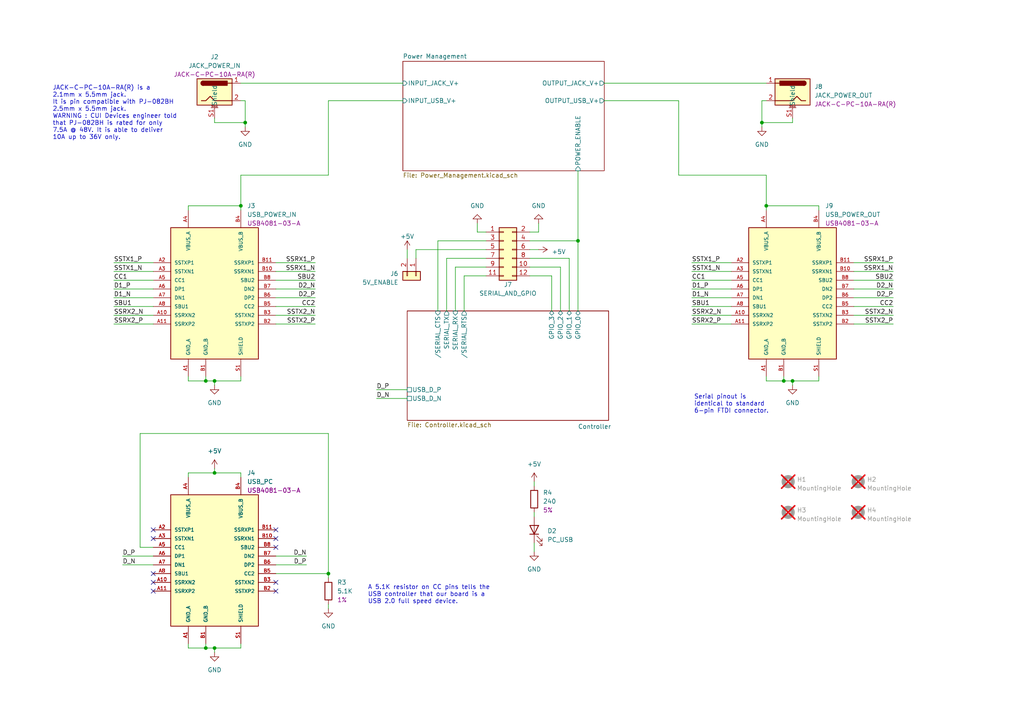
<source format=kicad_sch>
(kicad_sch (version 20230121) (generator eeschema)
  (paper "A4")
  (title_block (title "Copilot Lite main page") (date "2023-03-27") (rev "1.0") (company "(C) BayLibre"))
  (lib_symbols
    (symbol "Connector_Generic:Conn_01x02" (pin_names (offset 1.016) hide)
      (property "Reference" "J" (at 0 2.54 0))
      (property "Value" "Conn_01x02" (at 0 -5.08 0))
      (symbol "Conn_01x02_1_1"
        (rectangle (start -1.27 -2.413) (end 0 -2.667) (stroke (width 0.1524)))
        (rectangle (start -1.27 0.127) (end 0 -0.127) (stroke (width 0.1524)))
        (rectangle (start -1.27 1.27) (end 1.27 -3.81) (stroke (width 0.254)) (fill (type background)))
        (pin passive line (at -5.08 0 0) (length 3.81) (name "Pin_1") (number "1"))
        (pin passive line (at -5.08 -2.54 0) (length 3.81) (name "Pin_2") (number "2"))
      )
    )
    (symbol "Connector_Generic:Conn_02x06_Odd_Even" (pin_names (offset 1.016) hide)
      (property "Reference" "J" (at 1.27 7.62 0))
      (property "Value" "Conn_02x06_Odd_Even" (at 1.27 -10.16 0))
      (symbol "Conn_02x06_Odd_Even_1_1"
        (rectangle (start -1.27 -7.493) (end 0 -7.747) (stroke (width 0.1524)))
        (rectangle (start -1.27 -4.953) (end 0 -5.207) (stroke (width 0.1524)))
        (rectangle (start -1.27 -2.413) (end 0 -2.667) (stroke (width 0.1524)))
        (rectangle (start -1.27 0.127) (end 0 -0.127) (stroke (width 0.1524)))
        (rectangle (start -1.27 2.667) (end 0 2.413) (stroke (width 0.1524)))
        (rectangle (start -1.27 5.207) (end 0 4.953) (stroke (width 0.1524)))
        (rectangle (start -1.27 6.35) (end 3.81 -8.89) (stroke (width 0.254)) (fill (type background)))
        (rectangle (start 3.81 -7.493) (end 2.54 -7.747) (stroke (width 0.1524)))
        (rectangle (start 3.81 -4.953) (end 2.54 -5.207) (stroke (width 0.1524)))
        (rectangle (start 3.81 -2.413) (end 2.54 -2.667) (stroke (width 0.1524)))
        (rectangle (start 3.81 0.127) (end 2.54 -0.127) (stroke (width 0.1524)))
        (rectangle (start 3.81 2.667) (end 2.54 2.413) (stroke (width 0.1524)))
        (rectangle (start 3.81 5.207) (end 2.54 4.953) (stroke (width 0.1524)))
        (pin passive line (at -5.08 5.08 0) (length 3.81) (name "Pin_1") (number "1"))
        (pin passive line (at 7.62 -5.08 180) (length 3.81) (name "Pin_10") (number "10"))
        (pin passive line (at -5.08 -7.62 0) (length 3.81) (name "Pin_11") (number "11"))
        (pin passive line (at 7.62 -7.62 180) (length 3.81) (name "Pin_12") (number "12"))
        (pin passive line (at 7.62 5.08 180) (length 3.81) (name "Pin_2") (number "2"))
        (pin passive line (at -5.08 2.54 0) (length 3.81) (name "Pin_3") (number "3"))
        (pin passive line (at 7.62 2.54 180) (length 3.81) (name "Pin_4") (number "4"))
        (pin passive line (at -5.08 0 0) (length 3.81) (name "Pin_5") (number "5"))
        (pin passive line (at 7.62 0 180) (length 3.81) (name "Pin_6") (number "6"))
        (pin passive line (at -5.08 -2.54 0) (length 3.81) (name "Pin_7") (number "7"))
        (pin passive line (at 7.62 -2.54 180) (length 3.81) (name "Pin_8") (number "8"))
        (pin passive line (at -5.08 -5.08 0) (length 3.81) (name "Pin_9") (number "9"))
      )
    )
    (symbol "Device:LED" (pin_numbers hide) (pin_names (offset 1.016) hide)
      (property "Reference" "D" (at 0 2.54 0))
      (property "Value" "LED" (at 0 -2.54 0))
      (symbol "LED_0_1"
        (polyline (pts (xy -1.27 -1.27) (xy -1.27 1.27)) (stroke (width 0.254)))
        (polyline (pts (xy -1.27 0) (xy 1.27 0)))
        (polyline (pts (xy 1.27 -1.27) (xy 1.27 1.27) (xy -1.27 0) (xy 1.27 -1.27)) (stroke (width 0.254)))
        (polyline (pts (xy -3.048 -0.762) (xy -4.572 -2.286) (xy -3.81 -2.286) (xy -4.572 -2.286) (xy -4.572 -1.524)))
        (polyline (pts (xy -1.778 -0.762) (xy -3.302 -2.286) (xy -2.54 -2.286) (xy -3.302 -2.286) (xy -3.302 -1.524)))
      )
      (symbol "LED_1_1"
        (pin passive line (at -3.81 0 0) (length 2.54) (name "K") (number "1"))
        (pin passive line (at 3.81 0 180) (length 2.54) (name "A") (number "2"))
      )
    )
    (symbol "Device:R" (pin_numbers hide) (pin_names (offset 0))
      (property "Reference" "R" (at 2.032 0 90))
      (property "Value" "R" (at 0 0 90))
      (symbol "R_0_1"
        (rectangle (start -1.016 -2.54) (end 1.016 2.54) (stroke (width 0.254)))
      )
      (symbol "R_1_1"
        (pin passive line (at 0 3.81 270) (length 1.27) (name "~") (number "1"))
        (pin passive line (at 0 -3.81 90) (length 1.27) (name "~") (number "2"))
      )
    )
    (symbol "Mechanical:MountingHole" (pin_names (offset 1.016))
      (property "Reference" "H" (at 0 5.08 0))
      (property "Value" "MountingHole" (at 0 3.175 0))
      (symbol "MountingHole_0_1"
        (circle (center 0 0) (radius 1.27) (stroke (width 1.27)))
      )
    )
    (symbol "PJ-082BH:JACK-C-PC-10A-RA(R)"
      (property "Reference" "J" (at 0 7.62 0))
      (property "Value" "JACK-C-PC-10A-RA(R)" (at 0 5.08 0))
      (symbol "JACK-C-PC-10A-RA(R)_0_1"
        (rectangle (start -5.08 3.81) (end 5.08 -3.81) (stroke (width 0.254)) (fill (type background)))
        (arc (start -3.302 3.175) (mid -3.9343 2.54) (end -3.302 1.905) (stroke (width 0.254)))
        (arc (start -3.302 3.175) (mid -3.9343 2.54) (end -3.302 1.905) (stroke (width 0.254)) (fill (type outline)))
        (polyline (pts (xy 5.08 2.54) (xy 3.81 2.54)) (stroke (width 0.254)))
        (polyline (pts (xy -3.81 -2.54) (xy -2.54 -2.54) (xy -1.27 -1.27) (xy 0 -2.54) (xy 2.54 -2.54) (xy 5.08 -2.54)) (stroke (width 0.254)))
        (rectangle (start 3.683 3.175) (end -3.302 1.905) (stroke (width 0.254)) (fill (type outline)))
      )
      (symbol "JACK-C-PC-10A-RA(R)_1_1"
        (polyline (pts (xy -1.016 -4.572) (xy 1.016 -4.572)) (stroke (width 0.1524)))
        (text "Shield" (at 0 -4.191 0) (effects (font (size 0.381 0.381))))
        (pin passive line (at 7.62 2.54 180) (length 2.54) (name "~") (number "1"))
        (pin passive line (at 7.62 -2.54 180) (length 2.54) (name "~") (number "2"))
        (pin passive line (at 0 -7.62 90) (length 3.048) (name "Shield") (number "S1"))
        (pin passive line (at 0 -7.62 90) (length 3.048) hide (name "Shield") (number "S2"))
        (pin passive line (at 0 -7.62 90) (length 3.048) hide (name "Shield") (number "S3"))
        (pin passive line (at 0 -7.62 90) (length 3.048) hide (name "Shield") (number "S4"))
      )
    )
    (symbol "USB4081:USB4081-03-A" (pin_names (offset 1.016))
      (property "Reference" "J" (at 15.24 20.32 0))
      (property "Value" "USB4081-03-A" (at 15.24 20.32 0))
      (symbol "USB4081-03-A_0_0"
        (rectangle (start -12.7 20.32) (end 12.7 -17.78) (stroke (width 0.254)) (fill (type background)))
        (pin passive line (at -7.62 -22.86 90) (length 5.08) (name "GND_A") (number "A1"))
        (pin bidirectional line (at -17.78 -5.08 0) (length 5.08) (name "SSRXN2") (number "A10"))
        (pin bidirectional line (at -17.78 -7.62 0) (length 5.08) (name "SSRXP2") (number "A11"))
        (pin passive line (at -7.62 -22.86 90) (length 5.08) hide (name "GND_A") (number "A12"))
        (pin bidirectional line (at -17.78 10.16 0) (length 5.08) (name "SSTXP1") (number "A2"))
        (pin bidirectional line (at -17.78 7.62 0) (length 5.08) (name "SSTXN1") (number "A3"))
        (pin bidirectional line (at -17.78 5.08 0) (length 5.08) (name "CC1") (number "A5"))
        (pin bidirectional line (at -17.78 2.54 0) (length 5.08) (name "DP1") (number "A6"))
        (pin bidirectional line (at -17.78 0 0) (length 5.08) (name "DN1") (number "A7"))
        (pin bidirectional line (at -17.78 -2.54 0) (length 5.08) (name "SBU1") (number "A8"))
        (pin passive line (at -2.54 -22.86 90) (length 5.08) (name "GND_B") (number "B1"))
        (pin bidirectional line (at 17.78 7.62 180) (length 5.08) (name "SSRXN1") (number "B10"))
        (pin bidirectional line (at 17.78 10.16 180) (length 5.08) (name "SSRXP1") (number "B11"))
        (pin passive line (at -2.54 -22.86 90) (length 5.08) hide (name "GND_B") (number "B12"))
        (pin bidirectional line (at 17.78 -7.62 180) (length 5.08) (name "SSTXP2") (number "B2"))
        (pin bidirectional line (at 17.78 -5.08 180) (length 5.08) (name "SSTXN2") (number "B3"))
        (pin passive line (at 7.62 25.4 270) (length 5.08) (name "VBUS_B") (number "B4"))
        (pin bidirectional line (at 17.78 -2.54 180) (length 5.08) (name "CC2") (number "B5"))
        (pin bidirectional line (at 17.78 0 180) (length 5.08) (name "DP2") (number "B6"))
        (pin bidirectional line (at 17.78 2.54 180) (length 5.08) (name "DN2") (number "B7"))
        (pin bidirectional line (at 17.78 5.08 180) (length 5.08) (name "SBU2") (number "B8"))
        (pin passive line (at 7.62 25.4 270) (length 5.08) hide (name "VBUS_B") (number "B9"))
        (pin passive line (at 7.62 -22.86 90) (length 5.08) (name "SHIELD") (number "S1"))
        (pin passive line (at 7.62 -22.86 90) (length 5.08) hide (name "SHIELD") (number "S2"))
        (pin passive line (at 7.62 -22.86 90) (length 5.08) hide (name "SHIELD") (number "S3"))
        (pin passive line (at 7.62 -22.86 90) (length 5.08) hide (name "SHIELD") (number "S4"))
        (pin passive line (at 7.62 -22.86 90) (length 5.08) hide (name "SHIELD") (number "S5"))
        (pin passive line (at 7.62 -22.86 90) (length 5.08) hide (name "SHIELD") (number "S6"))
      )
      (symbol "USB4081-03-A_1_0"
        (pin passive line (at -7.62 25.4 270) (length 5.08) (name "VBUS_A") (number "A4"))
        (pin passive line (at -7.62 25.4 270) (length 5.08) hide (name "VBUS_A") (number "A9"))
      )
    )
    (symbol "power:+5V" (power) (pin_names (offset 0))
      (property "Value" "+5V" (at 0 3.556 0))
      (symbol "+5V_0_1"
        (polyline (pts (xy -0.762 1.27) (xy 0 2.54)))
        (polyline (pts (xy 0 0) (xy 0 2.54)))
        (polyline (pts (xy 0 2.54) (xy 0.762 1.27)))
      )
      (symbol "+5V_1_1"
        (pin power_in line (at 0 0 90) (length 0) hide (name "+5V") (number "1"))
      )
    )
    (symbol "power:GND" (power) (pin_names (offset 0))
      (property "Value" "GND" (at 0 -3.81 0))
      (symbol "GND_0_1"
        (polyline (pts (xy 0 0) (xy 0 -1.27) (xy 1.27 -1.27) (xy 0 -2.54) (xy -1.27 -1.27) (xy 0 -1.27)))
      )
      (symbol "GND_1_1"
        (pin power_in line (at 0 0 270) (length 0) hide (name "GND") (number "1"))
      )
    )
  )
  (junction (at 62.23 137.16))
  (junction (at 95.25 166.37))
  (junction (at 222.25 59.69))
  (junction (at 62.23 187.96))
  (junction (at 71.12 35.56))
  (junction (at 69.85 59.69))
  (junction (at 59.69 110.49))
  (junction (at 227.33 110.49))
  (junction (at 59.69 187.96))
  (junction (at 62.23 110.49))
  (junction (at 229.87 110.49))
  (junction (at 167.64 69.85))
  (junction (at 220.98 35.56))
  (no_connect (at 80.01 168.91))
  (no_connect (at 80.01 153.67))
  (no_connect (at 44.45 156.21))
  (no_connect (at 44.45 166.37))
  (no_connect (at 44.45 168.91))
  (no_connect (at 44.45 153.67))
  (no_connect (at 80.01 158.75))
  (no_connect (at 80.01 171.45))
  (no_connect (at 80.01 156.21))
  (no_connect (at 44.45 171.45))
  (wire (pts (xy 175.26 29.21) (xy 196.85 29.21)))
  (wire (pts (xy 229.87 110.49) (xy 229.87 111.76)))
  (wire (pts (xy 229.87 110.49) (xy 237.49 110.49)))
  (wire (pts (xy 222.25 50.8) (xy 222.25 59.69)))
  (wire (pts (xy 247.65 78.74) (xy 259.08 78.74)))
  (wire (pts (xy 129.54 90.17) (xy 129.54 74.93)))
  (wire (pts (xy 220.98 29.21) (xy 222.25 29.21)))
  (wire (pts (xy 62.23 135.89) (xy 62.23 137.16)))
  (wire (pts (xy 95.25 29.21) (xy 116.84 29.21)))
  (wire (pts (xy 80.01 88.9) (xy 91.44 88.9)))
  (wire (pts (xy 62.23 110.49) (xy 62.23 111.76)))
  (wire (pts (xy 95.25 166.37) (xy 95.25 167.64)))
  (wire (pts (xy 35.56 161.29) (xy 44.45 161.29)))
  (wire (pts (xy 196.85 50.8) (xy 196.85 29.21)))
  (wire (pts (xy 69.85 24.13) (xy 116.84 24.13)))
  (wire (pts (xy 54.61 187.96) (xy 59.69 187.96)))
  (wire (pts (xy 129.54 74.93) (xy 140.97 74.93)))
  (wire (pts (xy 80.01 163.83) (xy 88.9 163.83)))
  (wire (pts (xy 62.23 187.96) (xy 62.23 189.23)))
  (wire (pts (xy 62.23 110.49) (xy 69.85 110.49)))
  (wire (pts (xy 62.23 35.56) (xy 71.12 35.56)))
  (wire (pts (xy 80.01 86.36) (xy 91.44 86.36)))
  (wire (pts (xy 156.21 72.39) (xy 153.67 72.39)))
  (wire (pts (xy 95.25 166.37) (xy 80.01 166.37)))
  (wire (pts (xy 167.64 69.85) (xy 167.64 90.17)))
  (wire (pts (xy 175.26 24.13) (xy 222.25 24.13)))
  (wire (pts (xy 140.97 72.39) (xy 120.65 72.39)))
  (wire (pts (xy 80.01 81.28) (xy 91.44 81.28)))
  (wire (pts (xy 59.69 187.96) (xy 62.23 187.96)))
  (wire (pts (xy 247.65 83.82) (xy 259.08 83.82)))
  (wire (pts (xy 109.22 115.57) (xy 118.11 115.57)))
  (wire (pts (xy 154.94 140.97) (xy 154.94 139.7)))
  (wire (pts (xy 33.02 93.98) (xy 44.45 93.98)))
  (wire (pts (xy 54.61 186.69) (xy 54.61 187.96)))
  (wire (pts (xy 153.67 74.93) (xy 165.1 74.93)))
  (wire (pts (xy 132.08 77.47) (xy 132.08 90.17)))
  (wire (pts (xy 33.02 76.2) (xy 44.45 76.2)))
  (wire (pts (xy 222.25 110.49) (xy 227.33 110.49)))
  (wire (pts (xy 140.97 69.85) (xy 127 69.85)))
  (wire (pts (xy 200.66 83.82) (xy 212.09 83.82)))
  (wire (pts (xy 33.02 88.9) (xy 44.45 88.9)))
  (wire (pts (xy 33.02 83.82) (xy 44.45 83.82)))
  (wire (pts (xy 54.61 110.49) (xy 59.69 110.49)))
  (wire (pts (xy 69.85 29.21) (xy 71.12 29.21)))
  (wire (pts (xy 160.02 80.01) (xy 160.02 90.17)))
  (wire (pts (xy 134.62 80.01) (xy 134.62 90.17)))
  (wire (pts (xy 153.67 80.01) (xy 160.02 80.01)))
  (wire (pts (xy 69.85 50.8) (xy 69.85 59.69)))
  (wire (pts (xy 200.66 93.98) (xy 212.09 93.98)))
  (wire (pts (xy 140.97 80.01) (xy 134.62 80.01)))
  (wire (pts (xy 196.85 50.8) (xy 222.25 50.8)))
  (wire (pts (xy 54.61 109.22) (xy 54.61 110.49)))
  (wire (pts (xy 54.61 59.69) (xy 69.85 59.69)))
  (wire (pts (xy 71.12 29.21) (xy 71.12 35.56)))
  (wire (pts (xy 33.02 91.44) (xy 44.45 91.44)))
  (wire (pts (xy 154.94 157.48) (xy 154.94 160.02)))
  (wire (pts (xy 54.61 137.16) (xy 62.23 137.16)))
  (wire (pts (xy 153.67 69.85) (xy 167.64 69.85)))
  (wire (pts (xy 222.25 59.69) (xy 237.49 59.69)))
  (wire (pts (xy 59.69 110.49) (xy 62.23 110.49)))
  (wire (pts (xy 229.87 34.29) (xy 229.87 35.56)))
  (wire (pts (xy 80.01 83.82) (xy 91.44 83.82)))
  (wire (pts (xy 247.65 81.28) (xy 259.08 81.28)))
  (wire (pts (xy 80.01 161.29) (xy 88.9 161.29)))
  (wire (pts (xy 220.98 35.56) (xy 229.87 35.56)))
  (wire (pts (xy 95.25 175.26) (xy 95.25 176.53)))
  (wire (pts (xy 40.64 158.75) (xy 40.64 125.73)))
  (wire (pts (xy 69.85 59.69) (xy 69.85 60.96)))
  (wire (pts (xy 33.02 81.28) (xy 44.45 81.28)))
  (wire (pts (xy 44.45 158.75) (xy 40.64 158.75)))
  (wire (pts (xy 220.98 29.21) (xy 220.98 35.56)))
  (wire (pts (xy 200.66 91.44) (xy 212.09 91.44)))
  (wire (pts (xy 127 69.85) (xy 127 90.17)))
  (wire (pts (xy 80.01 91.44) (xy 91.44 91.44)))
  (wire (pts (xy 200.66 86.36) (xy 212.09 86.36)))
  (wire (pts (xy 69.85 50.8) (xy 95.25 50.8)))
  (wire (pts (xy 62.23 187.96) (xy 69.85 187.96)))
  (wire (pts (xy 71.12 35.56) (xy 71.12 36.83)))
  (wire (pts (xy 154.94 149.86) (xy 154.94 148.59)))
  (wire (pts (xy 62.23 137.16) (xy 69.85 137.16)))
  (wire (pts (xy 247.65 86.36) (xy 259.08 86.36)))
  (wire (pts (xy 54.61 60.96) (xy 54.61 59.69)))
  (wire (pts (xy 80.01 78.74) (xy 91.44 78.74)))
  (wire (pts (xy 200.66 78.74) (xy 212.09 78.74)))
  (wire (pts (xy 156.21 64.77) (xy 156.21 67.31)))
  (wire (pts (xy 227.33 110.49) (xy 229.87 110.49)))
  (wire (pts (xy 118.11 72.39) (xy 118.11 74.93)))
  (wire (pts (xy 165.1 74.93) (xy 165.1 90.17)))
  (wire (pts (xy 237.49 59.69) (xy 237.49 60.96)))
  (wire (pts (xy 33.02 78.74) (xy 44.45 78.74)))
  (wire (pts (xy 247.65 93.98) (xy 259.08 93.98)))
  (wire (pts (xy 59.69 110.49) (xy 59.69 109.22)))
  (wire (pts (xy 153.67 77.47) (xy 162.56 77.47)))
  (wire (pts (xy 247.65 76.2) (xy 259.08 76.2)))
  (wire (pts (xy 138.43 67.31) (xy 140.97 67.31)))
  (wire (pts (xy 69.85 137.16) (xy 69.85 138.43)))
  (wire (pts (xy 80.01 76.2) (xy 91.44 76.2)))
  (wire (pts (xy 54.61 138.43) (xy 54.61 137.16)))
  (wire (pts (xy 227.33 110.49) (xy 227.33 109.22)))
  (wire (pts (xy 162.56 77.47) (xy 162.56 90.17)))
  (wire (pts (xy 109.22 113.03) (xy 118.11 113.03)))
  (wire (pts (xy 222.25 109.22) (xy 222.25 110.49)))
  (wire (pts (xy 69.85 187.96) (xy 69.85 186.69)))
  (wire (pts (xy 95.25 125.73) (xy 95.25 166.37)))
  (wire (pts (xy 120.65 72.39) (xy 120.65 74.93)))
  (wire (pts (xy 200.66 88.9) (xy 212.09 88.9)))
  (wire (pts (xy 59.69 187.96) (xy 59.69 186.69)))
  (wire (pts (xy 200.66 81.28) (xy 212.09 81.28)))
  (wire (pts (xy 247.65 88.9) (xy 259.08 88.9)))
  (wire (pts (xy 35.56 163.83) (xy 44.45 163.83)))
  (wire (pts (xy 220.98 35.56) (xy 220.98 36.83)))
  (wire (pts (xy 33.02 86.36) (xy 44.45 86.36)))
  (wire (pts (xy 62.23 34.29) (xy 62.23 35.56)))
  (wire (pts (xy 140.97 77.47) (xy 132.08 77.47)))
  (wire (pts (xy 69.85 110.49) (xy 69.85 109.22)))
  (wire (pts (xy 138.43 64.77) (xy 138.43 67.31)))
  (wire (pts (xy 200.66 76.2) (xy 212.09 76.2)))
  (wire (pts (xy 247.65 91.44) (xy 259.08 91.44)))
  (wire (pts (xy 222.25 60.96) (xy 222.25 59.69)))
  (wire (pts (xy 156.21 67.31) (xy 153.67 67.31)))
  (wire (pts (xy 237.49 110.49) (xy 237.49 109.22)))
  (wire (pts (xy 167.64 49.53) (xy 167.64 69.85)))
  (wire (pts (xy 40.64 125.73) (xy 95.25 125.73)))
  (wire (pts (xy 80.01 93.98) (xy 91.44 93.98)))
  (wire (pts (xy 95.25 50.8) (xy 95.25 29.21)))
  (text "A 5.1K resistor on CC pins tells the\nUSB controller that our board is a\nUSB 2.0 full speed device." (at 106.68 175.26 0) (effects (font (size 1.27 1.27)) (justify left bottom)))
  (text "JACK-C-PC-10A-RA(R) is a\n2.1mm x 5.5mm jack.\nIt is pin compatible with PJ-082BH\n2.5mm x 5.5mm jack.\nWARNING : CUI Devices engineer told\nthat PJ-082BH is rated for only\n7.5A @ 48V. It is able to deliver\n10A up to 36V only." (at 15.24 40.64 0) (effects (font (size 1.27 1.27)) (justify left bottom)))
  (text "Serial pinout is\nidentical to standard\n6-pin FTDI connector." (at 201.295 120.015 0) (effects (font (size 1.27 1.27)) (justify left bottom)))
  (label "SSRX1_P" (at 259.08 76.2 180))
  (label "CC1" (at 200.66 81.28 0))
  (label "D2_N" (at 91.44 83.82 180))
  (label "D1_P" (at 33.02 83.82 0))
  (label "D2_P" (at 91.44 86.36 180))
  (label "SBU2" (at 91.44 81.28 180))
  (label "D2_N" (at 259.08 83.82 180))
  (label "SSRX2_P" (at 200.66 93.98 0))
  (label "D1_N" (at 33.02 86.36 0))
  (label "SSTX1_P" (at 200.66 76.2 0))
  (label "D_N" (at 109.22 115.57 0))
  (label "SBU1" (at 200.66 88.9 0))
  (label "SSTX2_N" (at 259.08 91.44 180))
  (label "CC2" (at 259.08 88.9 180))
  (label "SSRX1_P" (at 91.44 76.2 180))
  (label "SSRX1_N" (at 91.44 78.74 180))
  (label "D_P" (at 35.56 161.29 0))
  (label "D1_N" (at 200.66 86.36 0))
  (label "D_P" (at 88.9 163.83 180))
  (label "D_N" (at 35.56 163.83 0))
  (label "D2_P" (at 259.08 86.36 180))
  (label "D1_P" (at 200.66 83.82 0))
  (label "SSTX2_P" (at 259.08 93.98 180))
  (label "CC1" (at 33.02 81.28 0))
  (label "D_N" (at 88.9 161.29 180))
  (label "SBU2" (at 259.08 81.28 180))
  (label "SSTX1_P" (at 33.02 76.2 0))
  (label "SSTX1_N" (at 33.02 78.74 0))
  (label "SSRX2_N" (at 200.66 91.44 0))
  (label "CC2" (at 91.44 88.9 180))
  (label "D_P" (at 109.22 113.03 0))
  (label "SSTX2_P" (at 91.44 93.98 180))
  (label "SBU1" (at 33.02 88.9 0))
  (label "SSRX2_N" (at 33.02 91.44 0))
  (label "SSRX2_P" (at 33.02 93.98 0))
  (label "SSTX2_N" (at 91.44 91.44 180))
  (label "SSTX1_N" (at 200.66 78.74 0))
  (label "SSRX1_N" (at 259.08 78.74 180))
  (symbol (lib_id "Device:LED") (at 154.94 153.67 90) (unit 1)
    (property "Reference" "D2" (at 158.75 153.9874 90) (effects (justify right)))
    (property "Value" "PC_USB" (at 158.75 156.5274 90) (effects (justify right)))
    (property "Footprint" "LED_SMD:LED_0805_2012Metric" (effects hide))
    (property "PartNumber" "150080SS75000" (effects hide))
    (property "AISLER_MPN" "150080SS75000" (effects hide))
  )
  (symbol (lib_id "PJ-082BH:JACK-C-PC-10A-RA(R)") (at 229.87 26.67 0) (mirror y) (unit 1)
    (property "Reference" "J8" (at 236.22 25.1206 0) (effects (justify right)))
    (property "Value" "JACK_POWER_OUT" (at 236.22 27.6606 0) (effects (justify right)))
    (property "Footprint" "PJ-082BH:JACK-C-PC-10A-RA(R)" (effects hide))
    (property "PartNumber" "JACK-C-PC-10A-RA(R)" (at 236.22 30.2006 0) (effects (justify right)))
    (property "AISLER_MPN" "JACK-C-PC-10A-RA(R)" (effects hide))
  )
  (symbol (lib_id "Device:R") (at 95.25 171.45 0) (unit 1)
    (property "Reference" "R3" (at 97.79 168.9099 0) (effects (justify left)))
    (property "Value" "5.1K" (at 97.79 171.4499 0) (effects (justify left)))
    (property "Footprint" "Resistor_SMD:R_0603_1608Metric" (effects hide))
    (property "Value2" "1%" (at 97.79 173.9899 0) (effects (justify left)))
    (property "PartNumber" "RC0603FR-075K1L" (effects hide))
    (property "AISLER_MPN" "5.1K 1% 0603" (effects hide))
  )
  (symbol (lib_id "power:+5V") (at 118.11 72.39 0) (unit 1)
    (property "Reference" "#PWR0104" (effects hide))
    (property "Value" "+5V" (at 118.11 68.58 0))
  )
  (symbol (lib_id "Mechanical:MountingHole") (at 228.6 139.7 0) (unit 1) (in_bom no) (dnp yes)
    (property "Reference" "H1" (at 231.14 139.065 0) (effects (justify left)))
    (property "Value" "MountingHole" (at 231.14 141.605 0) (effects (justify left)))
    (property "Footprint" "MountingHole:MountingHole_2.7mm" (effects hide))
  )
  (symbol (lib_id "power:GND") (at 138.43 64.77 180) (unit 1)
    (property "Reference" "#PWR0105" (effects hide))
    (property "Value" "GND" (at 138.43 59.69 0))
  )
  (symbol (lib_id "power:GND") (at 154.94 160.02 0) (unit 1)
    (property "Reference" "#PWR0108" (effects hide))
    (property "Value" "GND" (at 154.94 165.1 0))
  )
  (symbol (lib_id "Mechanical:MountingHole") (at 228.6 148.59 0) (unit 1) (in_bom no) (dnp yes)
    (property "Reference" "H3" (at 231.14 147.955 0) (effects (justify left)))
    (property "Value" "MountingHole" (at 231.14 150.495 0) (effects (justify left)))
    (property "Footprint" "MountingHole:MountingHole_2.7mm" (effects hide))
  )
  (symbol (lib_id "power:+5V") (at 156.21 72.39 270) (unit 1)
    (property "Reference" "#PWR07" (effects hide))
    (property "Value" "+5V" (at 160.02 73.025 90) (effects (justify left)))
  )
  (symbol (lib_id "power:GND") (at 62.23 189.23 0) (unit 1)
    (property "Reference" "#PWR0101" (effects hide))
    (property "Value" "GND" (at 62.23 194.31 0))
  )
  (symbol (lib_id "PJ-082BH:JACK-C-PC-10A-RA(R)") (at 62.23 26.67 0) (unit 1)
    (property "Reference" "J2" (at 62.23 16.51 0))
    (property "Value" "JACK_POWER_IN" (at 62.23 19.05 0))
    (property "Footprint" "PJ-082BH:JACK-C-PC-10A-RA(R)" (effects hide))
    (property "PartNumber" "JACK-C-PC-10A-RA(R)" (at 62.23 21.59 0))
    (property "AISLER_MPN" "JACK-C-PC-10A-RA(R)" (effects hide))
  )
  (symbol (lib_id "USB4081:USB4081-03-A") (at 62.23 86.36 0) (unit 1)
    (property "Reference" "J3" (at 71.6789 59.69 0) (effects (justify left)))
    (property "Value" "USB_POWER_IN" (at 71.6789 62.23 0) (effects (justify left)))
    (property "Footprint" "USB4081:USB4081-03-A" (effects hide))
    (property "PartNumber" "USB4081-03-A" (at 71.6789 64.77 0) (effects (justify left)))
    (property "AISLER_MPN" "USB4081-03-A" (effects hide))
  )
  (symbol (lib_id "power:GND") (at 229.87 111.76 0) (unit 1)
    (property "Reference" "#PWR0103" (effects hide))
    (property "Value" "GND" (at 229.87 116.84 0))
  )
  (symbol (lib_id "Connector_Generic:Conn_01x02") (at 120.65 80.01 270) (unit 1)
    (property "Reference" "J6" (at 115.57 79.375 90) (effects (justify right)))
    (property "Value" "5V_ENABLE" (at 115.57 81.915 90) (effects (justify right)))
    (property "Footprint" "Connector_PinHeader_2.54mm:PinHeader_1x02_P2.54mm_Horizontal" (effects hide))
  )
  (symbol (lib_id "power:GND") (at 62.23 111.76 0) (unit 1)
    (property "Reference" "#PWR0112" (effects hide))
    (property "Value" "GND" (at 62.23 116.84 0))
  )
  (symbol (lib_id "Device:R") (at 154.94 144.78 180) (unit 1)
    (property "Reference" "R4" (at 157.48 142.875 0) (effects (justify right)))
    (property "Value" "240" (at 157.48 145.415 0) (effects (justify right)))
    (property "Footprint" "Resistor_SMD:R_1206_3216Metric" (effects hide))
    (property "PartNumber" "RC1206JR-07240RL" (effects hide))
    (property "Value2" "5%" (at 157.48 147.955 0) (effects (justify right)))
    (property "AISLER_MPN" "240 5% 1206" (effects hide))
  )
  (symbol (lib_id "power:+5V") (at 62.23 135.89 0) (unit 1)
    (property "Reference" "#PWR0113" (effects hide))
    (property "Value" "+5V" (at 62.23 130.81 0))
  )
  (symbol (lib_id "power:GND") (at 156.21 64.77 180) (unit 1)
    (property "Reference" "#PWR06" (effects hide))
    (property "Value" "GND" (at 156.21 59.69 0))
  )
  (symbol (lib_id "USB4081:USB4081-03-A") (at 62.23 163.83 0) (unit 1)
    (property "Reference" "J4" (at 71.6789 137.16 0) (effects (justify left)))
    (property "Value" "USB_PC" (at 71.6789 139.7 0) (effects (justify left)))
    (property "Footprint" "USB4081:USB4081-03-A" (effects hide))
    (property "PartNumber" "USB4081-03-A" (at 71.6789 142.24 0) (effects (justify left)))
    (property "AISLER_MPN" "USB4081-03-A" (effects hide))
  )
  (symbol (lib_id "Mechanical:MountingHole") (at 248.92 148.59 0) (unit 1) (in_bom no) (dnp yes)
    (property "Reference" "H4" (at 251.46 147.955 0) (effects (justify left)))
    (property "Value" "MountingHole" (at 251.46 150.495 0) (effects (justify left)))
    (property "Footprint" "MountingHole:MountingHole_2.7mm" (effects hide))
  )
  (symbol (lib_id "Mechanical:MountingHole") (at 248.92 139.7 0) (unit 1) (in_bom no) (dnp yes)
    (property "Reference" "H2" (at 251.46 139.065 0) (effects (justify left)))
    (property "Value" "MountingHole" (at 251.46 141.605 0) (effects (justify left)))
    (property "Footprint" "MountingHole:MountingHole_2.7mm" (effects hide))
  )
  (symbol (lib_id "Connector_Generic:Conn_02x06_Odd_Even") (at 146.05 72.39 0) (unit 1)
    (property "Reference" "J7" (at 147.32 82.55 0))
    (property "Value" "SERIAL_AND_GPIO" (at 147.32 85.09 0))
    (property "Footprint" "Connector_PinHeader_2.54mm:PinHeader_2x06_P2.54mm_Horizontal" (effects hide))
  )
  (symbol (lib_id "power:GND") (at 220.98 36.83 0) (unit 1)
    (property "Reference" "#PWR0110" (effects hide))
    (property "Value" "GND" (at 220.98 41.91 0))
  )
  (symbol (lib_id "USB4081:USB4081-03-A") (at 229.87 86.36 0) (unit 1)
    (property "Reference" "J9" (at 239.3189 59.69 0) (effects (justify left)))
    (property "Value" "USB_POWER_OUT" (at 239.3189 62.23 0) (effects (justify left)))
    (property "Footprint" "USB4081:USB4081-03-A" (effects hide))
    (property "PartNumber" "USB4081-03-A" (at 239.3189 64.77 0) (effects (justify left)))
    (property "AISLER_MPN" "USB4081-03-A" (effects hide))
  )
  (symbol (lib_id "power:GND") (at 95.25 176.53 0) (unit 1)
    (property "Reference" "#PWR0102" (effects hide))
    (property "Value" "GND" (at 95.25 181.61 0))
  )
  (symbol (lib_id "power:+5V") (at 154.94 139.7 0) (unit 1)
    (property "Reference" "#PWR0109" (effects hide))
    (property "Value" "+5V" (at 154.94 134.62 0))
  )
  (symbol (lib_id "power:GND") (at 71.12 36.83 0) (unit 1)
    (property "Reference" "#PWR0111" (effects hide))
    (property "Value" "GND" (at 71.12 41.91 0))
  )
  (sheet (at 118.11 90.17) (size 58.42 31.75) (stroke (width 0.1524))
    (property "Sheetname" "Controller" (at 167.64 124.46 0) (effects (justify left bottom)))
    (property "Sheetfile" "Controller.kicad_sch" (at 118.11 122.5046 0) (effects (justify left top)))
    (pin "USB_D_P" passive (at 118.11 113.03 180))
    (pin "USB_D_N" passive (at 118.11 115.57 180))
    (pin "SERIAL_TX" output (at 129.54 90.17 90))
    (pin "SERIAL_RX" input (at 132.08 90.17 90))
    (pin "{slash}SERIAL_RTS" output (at 134.62 90.17 90))
    (pin "{slash}SERIAL_CTS" input (at 127 90.17 90))
    (pin "GPIO_0" bidirectional (at 167.64 90.17 90))
    (pin "GPIO_1" bidirectional (at 165.1 90.17 90))
    (pin "GPIO_2" bidirectional (at 162.56 90.17 90))
    (pin "GPIO_3" bidirectional (at 160.02 90.17 90))
  )
  (sheet (at 116.84 17.78) (size 58.42 31.75) (stroke (width 0.1524))
    (property "Sheetname" "Power Management" (at 116.84 17.0684 0) (effects (justify left bottom)))
    (property "Sheetfile" "Power_Management.kicad_sch" (at 116.84 50.1146 0) (effects (justify left top)))
    (pin "INPUT_JACK_V+" input (at 116.84 24.13 180))
    (pin "OUTPUT_JACK_V+" output (at 175.26 24.13 0))
    (pin "INPUT_USB_V+" input (at 116.84 29.21 180))
    (pin "OUTPUT_USB_V+" output (at 175.26 29.21 0))
    (pin "POWER_ENABLE" input (at 167.64 49.53 270))
  )
)
</source>
